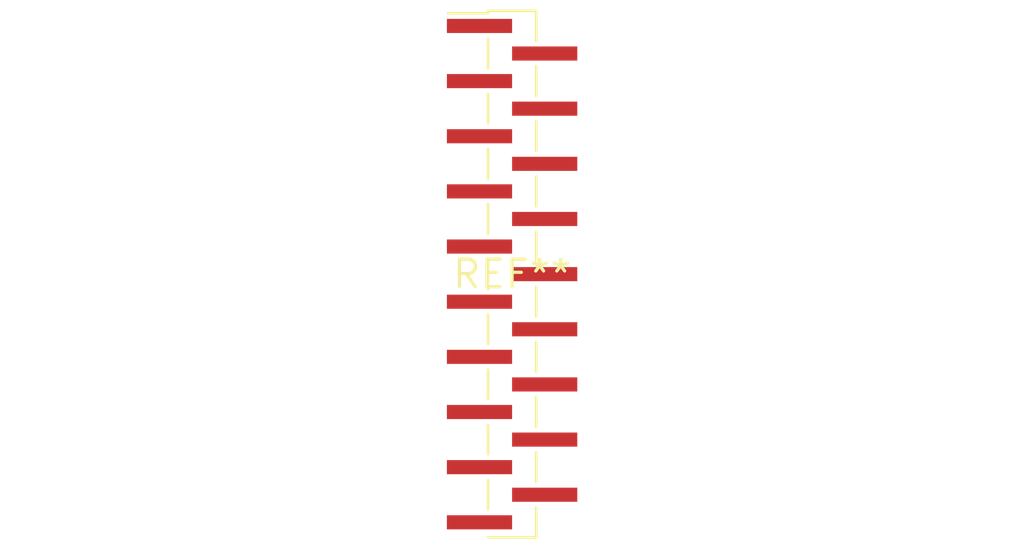
<source format=kicad_pcb>
(kicad_pcb (version 20240108) (generator pcbnew)
  (layers (0 "F.Cu" signal) (31 "B.Cu" signal) (34 "B.Paste" user) (35 "F.Paste" user) (36 "B.SilkS" user "B.Silkscreen") (37 "F.SilkS" user "F.Silkscreen") (38 "B.Mask" user) (39 "F.Mask" user) (44 "Edge.Cuts" user))
  (net 0 "")
  (footprint "PinHeader_1x19_P1.27mm_Vertical_SMD_Pin1Left" (layer "F.Cu") (at 0 0)
    (property "Reference" "REF**")
    (property "Value" "PinHeader_1x19_P1.27mm_Vertical_SMD_Pin1Left")
    (fp_line (start -1.11 -12.125) (end -1.11 -12.015) (layer "F.SilkS") (stroke (width 0.12)))
    (fp_line (start -1.11 -12.125) (end 1.11 -12.125) (layer "F.SilkS") (stroke (width 0.12)))
    (fp_line (start -1.11 -12.015) (end -2.94 -12.015) (layer "F.SilkS") (stroke (width 0.12)))
    (fp_line (start -1.11 -10.845) (end -1.11 -9.475) (layer "F.SilkS") (stroke (width 0.12)))
    (fp_line (start -1.11 -8.305) (end -1.11 -6.935) (layer "F.SilkS") (stroke (width 0.12)))
    (fp_line (start -1.11 -5.765) (end -1.11 -4.395) (layer "F.SilkS") (stroke (width 0.12)))
    (fp_line (start -1.11 -3.225) (end -1.11 -1.855) (layer "F.SilkS") (stroke (width 0.12)))
    (fp_line (start -1.11 -0.685) (end -1.11 0.685) (layer "F.SilkS") (stroke (width 0.12)))
    (fp_line (start -1.11 1.855) (end -1.11 3.225) (layer "F.SilkS") (stroke (width 0.12)))
    (fp_line (start -1.11 4.395) (end -1.11 5.765) (layer "F.SilkS") (stroke (width 0.12)))
    (fp_line (start -1.11 6.935) (end -1.11 8.305) (layer "F.SilkS") (stroke (width 0.12)))
    (fp_line (start -1.11 9.475) (end -1.11 10.845) (layer "F.SilkS") (stroke (width 0.12)))
    (fp_line (start -1.11 12.125) (end 1.11 12.125) (layer "F.SilkS") (stroke (width 0.12)))
    (fp_line (start 1.11 -12.115) (end 1.11 -10.745) (layer "F.SilkS") (stroke (width 0.12)))
    (fp_line (start 1.11 -9.575) (end 1.11 -8.205) (layer "F.SilkS") (stroke (width 0.12)))
    (fp_line (start 1.11 -7.035) (end 1.11 -5.665) (layer "F.SilkS") (stroke (width 0.12)))
    (fp_line (start 1.11 -4.495) (end 1.11 -3.125) (layer "F.SilkS") (stroke (width 0.12)))
    (fp_line (start 1.11 -1.955) (end 1.11 -0.585) (layer "F.SilkS") (stroke (width 0.12)))
    (fp_line (start 1.11 0.585) (end 1.11 1.955) (layer "F.SilkS") (stroke (width 0.12)))
    (fp_line (start 1.11 3.125) (end 1.11 4.495) (layer "F.SilkS") (stroke (width 0.12)))
    (fp_line (start 1.11 5.665) (end 1.11 7.035) (layer "F.SilkS") (stroke (width 0.12)))
    (fp_line (start 1.11 8.205) (end 1.11 9.575) (layer "F.SilkS") (stroke (width 0.12)))
    (fp_line (start 1.11 10.745) (end 1.11 12.115) (layer "F.SilkS") (stroke (width 0.12)))
    (fp_line (start 1.11 12.015) (end 1.11 12.125) (layer "F.SilkS") (stroke (width 0.12)))
    (pad "1" smd rect (at -1.5 -11.43) (size 3 0.65) (layers "F.Cu" "F.Paste" "F.Mask"))
    (pad "2" smd rect (at 1.5 -10.16) (size 3 0.65) (layers "F.Cu" "F.Paste" "F.Mask"))
    (pad "3" smd rect (at -1.5 -8.89) (size 3 0.65) (layers "F.Cu" "F.Paste" "F.Mask"))
    (pad "4" smd rect (at 1.5 -7.62) (size 3 0.65) (layers "F.Cu" "F.Paste" "F.Mask"))
    (pad "5" smd rect (at -1.5 -6.35) (size 3 0.65) (layers "F.Cu" "F.Paste" "F.Mask"))
    (pad "6" smd rect (at 1.5 -5.08) (size 3 0.65) (layers "F.Cu" "F.Paste" "F.Mask"))
    (pad "7" smd rect (at -1.5 -3.81) (size 3 0.65) (layers "F.Cu" "F.Paste" "F.Mask"))
    (pad "8" smd rect (at 1.5 -2.54) (size 3 0.65) (layers "F.Cu" "F.Paste" "F.Mask"))
    (pad "9" smd rect (at -1.5 -1.27) (size 3 0.65) (layers "F.Cu" "F.Paste" "F.Mask"))
    (pad "10" smd rect (at 1.5 0) (size 3 0.65) (layers "F.Cu" "F.Paste" "F.Mask"))
    (pad "11" smd rect (at -1.5 1.27) (size 3 0.65) (layers "F.Cu" "F.Paste" "F.Mask"))
    (pad "12" smd rect (at 1.5 2.54) (size 3 0.65) (layers "F.Cu" "F.Paste" "F.Mask"))
    (pad "13" smd rect (at -1.5 3.81) (size 3 0.65) (layers "F.Cu" "F.Paste" "F.Mask"))
    (pad "14" smd rect (at 1.5 5.08) (size 3 0.65) (layers "F.Cu" "F.Paste" "F.Mask"))
    (pad "15" smd rect (at -1.5 6.35) (size 3 0.65) (layers "F.Cu" "F.Paste" "F.Mask"))
    (pad "16" smd rect (at 1.5 7.62) (size 3 0.65) (layers "F.Cu" "F.Paste" "F.Mask"))
    (pad "17" smd rect (at -1.5 8.89) (size 3 0.65) (layers "F.Cu" "F.Paste" "F.Mask"))
    (pad "18" smd rect (at 1.5 10.16) (size 3 0.65) (layers "F.Cu" "F.Paste" "F.Mask"))
    (pad "19" smd rect (at -1.5 11.43) (size 3 0.65) (layers "F.Cu" "F.Paste" "F.Mask"))
  )
)
</source>
